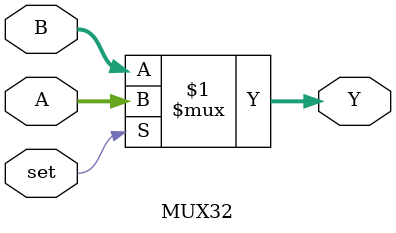
<source format=v>
module MUX5(
    input [4:0]A,
    input [4:0]B,
    input set,
    output [4:0]Y
);
    assign Y = set ? A : B;
endmodule

module MUX32(
    input [31:0]A,
    input [31:0]B,
    input set,
    output [31:0]Y
);
   assign Y = set ? A : B;
endmodule
</source>
